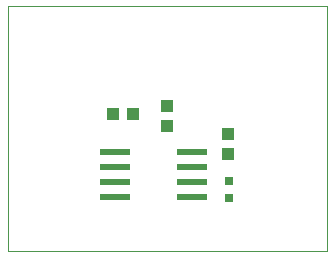
<source format=gtp>
G75*
%MOIN*%
%OFA0B0*%
%FSLAX24Y24*%
%IPPOS*%
%LPD*%
%AMOC8*
5,1,8,0,0,1.08239X$1,22.5*
%
%ADD10C,0.0000*%
%ADD11R,0.1000X0.0197*%
%ADD12R,0.0394X0.0433*%
%ADD13R,0.0433X0.0394*%
%ADD14R,0.0315X0.0315*%
D10*
X000163Y000665D02*
X000163Y008814D01*
X010792Y008814D01*
X010792Y000665D01*
X000163Y000665D01*
D11*
X003729Y002466D03*
X003729Y002966D03*
X003729Y003466D03*
X003729Y003966D03*
X006289Y003962D03*
X006289Y003462D03*
X006289Y002962D03*
X006289Y002466D03*
D12*
X004344Y005216D03*
X003674Y005216D03*
D13*
X005462Y005495D03*
X005462Y004826D03*
X007509Y004551D03*
X007509Y003881D03*
D14*
X007540Y003003D03*
X007540Y002413D03*
M02*

</source>
